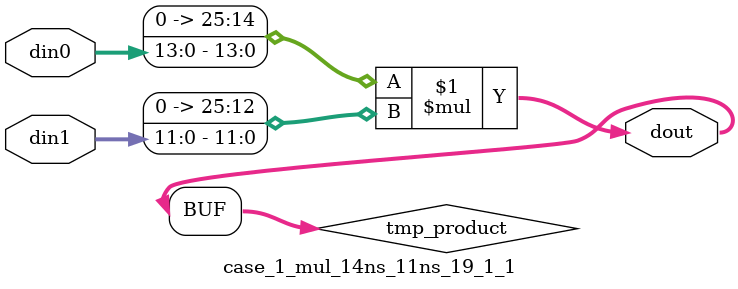
<source format=v>

`timescale 1 ns / 1 ps

 (* use_dsp = "no" *)  module case_1_mul_14ns_11ns_19_1_1(din0, din1, dout);
parameter ID = 1;
parameter NUM_STAGE = 0;
parameter din0_WIDTH = 14;
parameter din1_WIDTH = 12;
parameter dout_WIDTH = 26;

input [din0_WIDTH - 1 : 0] din0; 
input [din1_WIDTH - 1 : 0] din1; 
output [dout_WIDTH - 1 : 0] dout;

wire signed [dout_WIDTH - 1 : 0] tmp_product;
























assign tmp_product = $signed({1'b0, din0}) * $signed({1'b0, din1});











assign dout = tmp_product;





















endmodule

</source>
